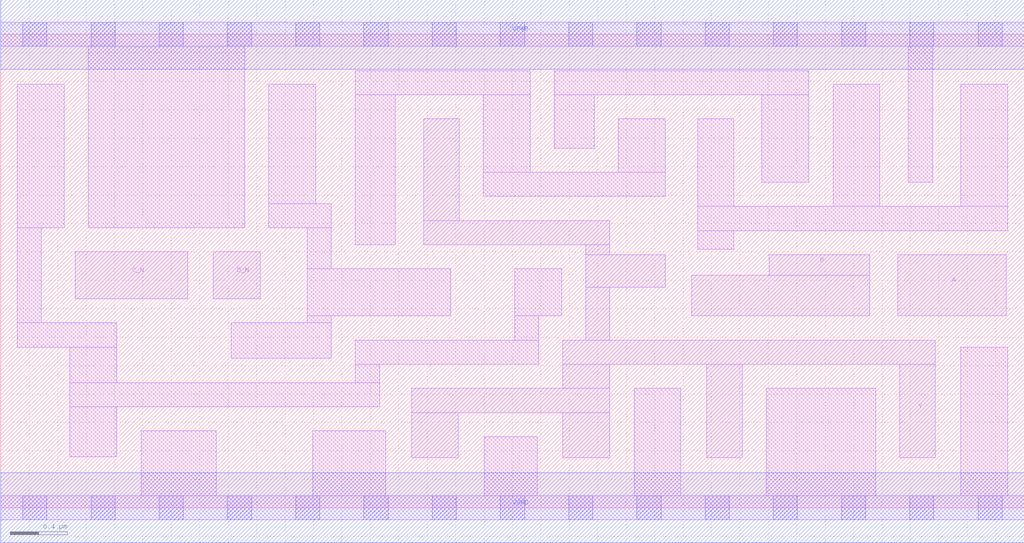
<source format=lef>
# Copyright 2020 The SkyWater PDK Authors
#
# Licensed under the Apache License, Version 2.0 (the "License");
# you may not use this file except in compliance with the License.
# You may obtain a copy of the License at
#
#     https://www.apache.org/licenses/LICENSE-2.0
#
# Unless required by applicable law or agreed to in writing, software
# distributed under the License is distributed on an "AS IS" BASIS,
# WITHOUT WARRANTIES OR CONDITIONS OF ANY KIND, either express or implied.
# See the License for the specific language governing permissions and
# limitations under the License.
#
# SPDX-License-Identifier: Apache-2.0

VERSION 5.5 ;
NAMESCASESENSITIVE ON ;
BUSBITCHARS "[]" ;
DIVIDERCHAR "/" ;
MACRO sky130_fd_sc_ls__nor4bb_2
  CLASS CORE ;
  SOURCE USER ;
  ORIGIN  0.000000  0.000000 ;
  SIZE  7.200000 BY  3.330000 ;
  SYMMETRY X Y ;
  SITE unit ;
  PIN A
    ANTENNAGATEAREA  0.558000 ;
    DIRECTION INPUT ;
    USE SIGNAL ;
    PORT
      LAYER li1 ;
        RECT 6.310000 1.350000 7.075000 1.780000 ;
    END
  END A
  PIN B
    ANTENNAGATEAREA  0.558000 ;
    DIRECTION INPUT ;
    USE SIGNAL ;
    PORT
      LAYER li1 ;
        RECT 4.860000 1.350000 6.115000 1.635000 ;
        RECT 5.405000 1.635000 6.115000 1.780000 ;
    END
  END B
  PIN C_N
    ANTENNAGATEAREA  0.246000 ;
    DIRECTION INPUT ;
    USE SIGNAL ;
    PORT
      LAYER li1 ;
        RECT 0.525000 1.470000 1.315000 1.800000 ;
    END
  END C_N
  PIN D_N
    ANTENNAGATEAREA  0.246000 ;
    DIRECTION INPUT ;
    USE SIGNAL ;
    PORT
      LAYER li1 ;
        RECT 1.495000 1.470000 1.825000 1.800000 ;
    END
  END D_N
  PIN Y
    ANTENNADIFFAREA  1.198100 ;
    DIRECTION OUTPUT ;
    USE SIGNAL ;
    PORT
      LAYER li1 ;
        RECT 2.890000 0.350000 3.220000 0.670000 ;
        RECT 2.890000 0.670000 4.285000 0.840000 ;
        RECT 2.975000 1.850000 4.285000 2.020000 ;
        RECT 2.975000 2.020000 3.225000 2.735000 ;
        RECT 3.955000 0.350000 4.285000 0.670000 ;
        RECT 3.955000 0.840000 4.285000 1.010000 ;
        RECT 3.955000 1.010000 6.575000 1.180000 ;
        RECT 4.115000 1.180000 4.285000 1.550000 ;
        RECT 4.115000 1.550000 4.675000 1.780000 ;
        RECT 4.115000 1.780000 4.285000 1.850000 ;
        RECT 4.965000 0.350000 5.215000 1.010000 ;
        RECT 6.325000 0.350000 6.575000 1.010000 ;
    END
  END Y
  PIN VGND
    DIRECTION INOUT ;
    SHAPE ABUTMENT ;
    USE GROUND ;
    PORT
      LAYER met1 ;
        RECT 0.000000 -0.245000 7.200000 0.245000 ;
    END
  END VGND
  PIN VNB
    DIRECTION INOUT ;
    USE GROUND ;
    PORT
    END
  END VNB
  PIN VPB
    DIRECTION INOUT ;
    USE POWER ;
    PORT
    END
  END VPB
  PIN VPWR
    DIRECTION INOUT ;
    SHAPE ABUTMENT ;
    USE POWER ;
    PORT
      LAYER met1 ;
        RECT 0.000000 3.085000 7.200000 3.575000 ;
    END
  END VPWR
  OBS
    LAYER li1 ;
      RECT 0.000000 -0.085000 7.200000 0.085000 ;
      RECT 0.000000  3.245000 7.200000 3.415000 ;
      RECT 0.115000  1.130000 0.815000 1.300000 ;
      RECT 0.115000  1.300000 0.285000 1.970000 ;
      RECT 0.115000  1.970000 0.445000 2.980000 ;
      RECT 0.485000  0.360000 0.815000 0.710000 ;
      RECT 0.485000  0.710000 2.665000 0.880000 ;
      RECT 0.485000  0.880000 0.815000 1.130000 ;
      RECT 0.615000  1.970000 1.715000 3.245000 ;
      RECT 0.990000  0.085000 1.515000 0.540000 ;
      RECT 1.620000  1.050000 2.325000 1.300000 ;
      RECT 1.885000  1.970000 2.325000 2.140000 ;
      RECT 1.885000  2.140000 2.215000 2.980000 ;
      RECT 2.155000  1.300000 2.325000 1.350000 ;
      RECT 2.155000  1.350000 3.165000 1.680000 ;
      RECT 2.155000  1.680000 2.325000 1.970000 ;
      RECT 2.195000  0.085000 2.710000 0.540000 ;
      RECT 2.495000  0.880000 2.665000 1.010000 ;
      RECT 2.495000  1.010000 3.785000 1.180000 ;
      RECT 2.495000  1.850000 2.775000 2.905000 ;
      RECT 2.495000  2.905000 3.725000 3.075000 ;
      RECT 3.395000  2.190000 4.675000 2.360000 ;
      RECT 3.395000  2.360000 3.725000 2.905000 ;
      RECT 3.400000  0.085000 3.775000 0.500000 ;
      RECT 3.615000  1.180000 3.785000 1.350000 ;
      RECT 3.615000  1.350000 3.945000 1.680000 ;
      RECT 3.895000  2.530000 4.175000 2.905000 ;
      RECT 3.895000  2.905000 5.685000 3.075000 ;
      RECT 4.345000  2.360000 4.675000 2.735000 ;
      RECT 4.455000  0.085000 4.785000 0.840000 ;
      RECT 4.905000  1.820000 5.155000 1.950000 ;
      RECT 4.905000  1.950000 7.085000 2.120000 ;
      RECT 4.905000  2.120000 5.155000 2.735000 ;
      RECT 5.355000  2.290000 5.685000 2.905000 ;
      RECT 5.385000  0.085000 6.155000 0.840000 ;
      RECT 5.855000  2.120000 6.185000 2.980000 ;
      RECT 6.385000  2.290000 6.555000 3.245000 ;
      RECT 6.755000  0.085000 7.085000 1.130000 ;
      RECT 6.755000  2.120000 7.085000 2.980000 ;
    LAYER mcon ;
      RECT 0.155000 -0.085000 0.325000 0.085000 ;
      RECT 0.155000  3.245000 0.325000 3.415000 ;
      RECT 0.635000 -0.085000 0.805000 0.085000 ;
      RECT 0.635000  3.245000 0.805000 3.415000 ;
      RECT 1.115000 -0.085000 1.285000 0.085000 ;
      RECT 1.115000  3.245000 1.285000 3.415000 ;
      RECT 1.595000 -0.085000 1.765000 0.085000 ;
      RECT 1.595000  3.245000 1.765000 3.415000 ;
      RECT 2.075000 -0.085000 2.245000 0.085000 ;
      RECT 2.075000  3.245000 2.245000 3.415000 ;
      RECT 2.555000 -0.085000 2.725000 0.085000 ;
      RECT 2.555000  3.245000 2.725000 3.415000 ;
      RECT 3.035000 -0.085000 3.205000 0.085000 ;
      RECT 3.035000  3.245000 3.205000 3.415000 ;
      RECT 3.515000 -0.085000 3.685000 0.085000 ;
      RECT 3.515000  3.245000 3.685000 3.415000 ;
      RECT 3.995000 -0.085000 4.165000 0.085000 ;
      RECT 3.995000  3.245000 4.165000 3.415000 ;
      RECT 4.475000 -0.085000 4.645000 0.085000 ;
      RECT 4.475000  3.245000 4.645000 3.415000 ;
      RECT 4.955000 -0.085000 5.125000 0.085000 ;
      RECT 4.955000  3.245000 5.125000 3.415000 ;
      RECT 5.435000 -0.085000 5.605000 0.085000 ;
      RECT 5.435000  3.245000 5.605000 3.415000 ;
      RECT 5.915000 -0.085000 6.085000 0.085000 ;
      RECT 5.915000  3.245000 6.085000 3.415000 ;
      RECT 6.395000 -0.085000 6.565000 0.085000 ;
      RECT 6.395000  3.245000 6.565000 3.415000 ;
      RECT 6.875000 -0.085000 7.045000 0.085000 ;
      RECT 6.875000  3.245000 7.045000 3.415000 ;
  END
END sky130_fd_sc_ls__nor4bb_2
END LIBRARY

</source>
